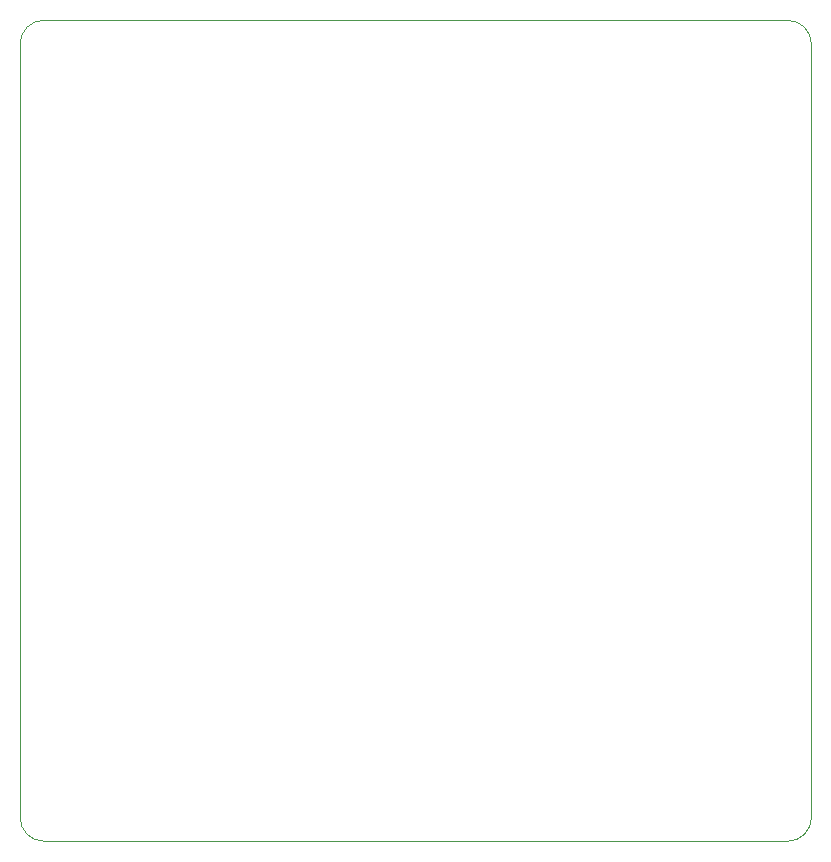
<source format=gbr>
%TF.GenerationSoftware,KiCad,Pcbnew,9.0.4*%
%TF.CreationDate,2025-10-21T16:10:30+02:00*%
%TF.ProjectId,Nomad,4e6f6d61-642e-46b6-9963-61645f706362,rev?*%
%TF.SameCoordinates,Original*%
%TF.FileFunction,Profile,NP*%
%FSLAX46Y46*%
G04 Gerber Fmt 4.6, Leading zero omitted, Abs format (unit mm)*
G04 Created by KiCad (PCBNEW 9.0.4) date 2025-10-21 16:10:30*
%MOMM*%
%LPD*%
G01*
G04 APERTURE LIST*
%TA.AperFunction,Profile*%
%ADD10C,0.050000*%
%TD*%
G04 APERTURE END LIST*
D10*
X73000000Y-40000000D02*
G75*
G02*
X75000000Y-38000000I2000000J0D01*
G01*
X73000000Y-40000000D02*
X73000000Y-105500000D01*
X140000000Y-105500000D02*
X140000000Y-40000000D01*
X75000000Y-107500000D02*
X138000000Y-107500000D01*
X75000000Y-107500000D02*
G75*
G02*
X73000000Y-105500000I0J2000000D01*
G01*
X138000000Y-38000000D02*
X75000000Y-38000000D01*
X140000000Y-105500000D02*
G75*
G02*
X138000000Y-107500000I-2000000J0D01*
G01*
X138000000Y-38000000D02*
G75*
G02*
X140000000Y-40000000I0J-2000000D01*
G01*
M02*

</source>
